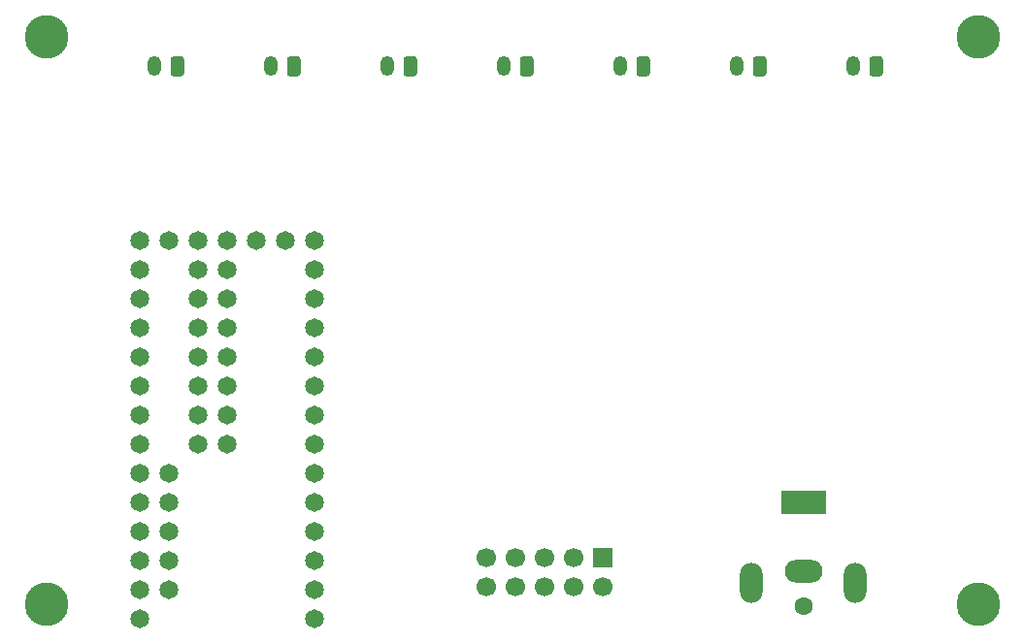
<source format=gbr>
%TF.GenerationSoftware,KiCad,Pcbnew,5.1.7-a382d34a8~87~ubuntu18.04.1*%
%TF.CreationDate,2021-02-24T17:41:24-08:00*%
%TF.ProjectId,teensy3x_solenoid_driver,7465656e-7379-4337-985f-736f6c656e6f,rev?*%
%TF.SameCoordinates,Original*%
%TF.FileFunction,Soldermask,Bot*%
%TF.FilePolarity,Negative*%
%FSLAX46Y46*%
G04 Gerber Fmt 4.6, Leading zero omitted, Abs format (unit mm)*
G04 Created by KiCad (PCBNEW 5.1.7-a382d34a8~87~ubuntu18.04.1) date 2021-02-24 17:41:24*
%MOMM*%
%LPD*%
G01*
G04 APERTURE LIST*
%ADD10C,3.810000*%
%ADD11O,1.200000X1.750000*%
%ADD12R,1.700000X1.700000*%
%ADD13C,1.700000*%
%ADD14R,4.000000X2.000000*%
%ADD15O,3.300000X2.000000*%
%ADD16O,2.000000X3.500000*%
%ADD17C,1.600000*%
%ADD18C,1.650000*%
G04 APERTURE END LIST*
D10*
%TO.C,M4*%
X54610000Y-104140000D03*
%TD*%
%TO.C,M3*%
X135890000Y-104140000D03*
%TD*%
%TO.C,M2*%
X135890000Y-54610000D03*
%TD*%
%TO.C,M1*%
X54610000Y-54610000D03*
%TD*%
%TO.C,J1*%
G36*
G01*
X66640000Y-56524999D02*
X66640000Y-57775001D01*
G75*
G02*
X66390001Y-58025000I-249999J0D01*
G01*
X65689999Y-58025000D01*
G75*
G02*
X65440000Y-57775001I0J249999D01*
G01*
X65440000Y-56524999D01*
G75*
G02*
X65689999Y-56275000I249999J0D01*
G01*
X66390001Y-56275000D01*
G75*
G02*
X66640000Y-56524999I0J-249999D01*
G01*
G37*
D11*
X64040000Y-57150000D03*
%TD*%
%TO.C,J2*%
X74200000Y-57150000D03*
G36*
G01*
X76800000Y-56524999D02*
X76800000Y-57775001D01*
G75*
G02*
X76550001Y-58025000I-249999J0D01*
G01*
X75849999Y-58025000D01*
G75*
G02*
X75600000Y-57775001I0J249999D01*
G01*
X75600000Y-56524999D01*
G75*
G02*
X75849999Y-56275000I249999J0D01*
G01*
X76550001Y-56275000D01*
G75*
G02*
X76800000Y-56524999I0J-249999D01*
G01*
G37*
%TD*%
%TO.C,J3*%
G36*
G01*
X86960000Y-56524999D02*
X86960000Y-57775001D01*
G75*
G02*
X86710001Y-58025000I-249999J0D01*
G01*
X86009999Y-58025000D01*
G75*
G02*
X85760000Y-57775001I0J249999D01*
G01*
X85760000Y-56524999D01*
G75*
G02*
X86009999Y-56275000I249999J0D01*
G01*
X86710001Y-56275000D01*
G75*
G02*
X86960000Y-56524999I0J-249999D01*
G01*
G37*
X84360000Y-57150000D03*
%TD*%
%TO.C,J4*%
X94520000Y-57150000D03*
G36*
G01*
X97120000Y-56524999D02*
X97120000Y-57775001D01*
G75*
G02*
X96870001Y-58025000I-249999J0D01*
G01*
X96169999Y-58025000D01*
G75*
G02*
X95920000Y-57775001I0J249999D01*
G01*
X95920000Y-56524999D01*
G75*
G02*
X96169999Y-56275000I249999J0D01*
G01*
X96870001Y-56275000D01*
G75*
G02*
X97120000Y-56524999I0J-249999D01*
G01*
G37*
%TD*%
%TO.C,J5*%
G36*
G01*
X107280000Y-56524999D02*
X107280000Y-57775001D01*
G75*
G02*
X107030001Y-58025000I-249999J0D01*
G01*
X106329999Y-58025000D01*
G75*
G02*
X106080000Y-57775001I0J249999D01*
G01*
X106080000Y-56524999D01*
G75*
G02*
X106329999Y-56275000I249999J0D01*
G01*
X107030001Y-56275000D01*
G75*
G02*
X107280000Y-56524999I0J-249999D01*
G01*
G37*
X104680000Y-57150000D03*
%TD*%
%TO.C,J6*%
X114840000Y-57150000D03*
G36*
G01*
X117440000Y-56524999D02*
X117440000Y-57775001D01*
G75*
G02*
X117190001Y-58025000I-249999J0D01*
G01*
X116489999Y-58025000D01*
G75*
G02*
X116240000Y-57775001I0J249999D01*
G01*
X116240000Y-56524999D01*
G75*
G02*
X116489999Y-56275000I249999J0D01*
G01*
X117190001Y-56275000D01*
G75*
G02*
X117440000Y-56524999I0J-249999D01*
G01*
G37*
%TD*%
%TO.C,J7*%
G36*
G01*
X127600000Y-56524999D02*
X127600000Y-57775001D01*
G75*
G02*
X127350001Y-58025000I-249999J0D01*
G01*
X126649999Y-58025000D01*
G75*
G02*
X126400000Y-57775001I0J249999D01*
G01*
X126400000Y-56524999D01*
G75*
G02*
X126649999Y-56275000I249999J0D01*
G01*
X127350001Y-56275000D01*
G75*
G02*
X127600000Y-56524999I0J-249999D01*
G01*
G37*
X125000000Y-57150000D03*
%TD*%
D12*
%TO.C,J8*%
X103124000Y-100076000D03*
D13*
X103124000Y-102616000D03*
X100584000Y-100076000D03*
X100584000Y-102616000D03*
X98044000Y-100076000D03*
X98044000Y-102616000D03*
X95504000Y-100076000D03*
X95504000Y-102616000D03*
X92964000Y-100076000D03*
X92964000Y-102616000D03*
%TD*%
D14*
%TO.C,J9*%
X120650000Y-95250000D03*
D15*
X120650000Y-101250000D03*
D16*
X116150000Y-102250000D03*
X125150000Y-102250000D03*
D17*
X120650000Y-104250000D03*
%TD*%
D18*
%TO.C,U1*%
X77978000Y-105410000D03*
X77978000Y-102870000D03*
X77978000Y-100330000D03*
X77978000Y-97790000D03*
X77978000Y-95250000D03*
X77978000Y-92710000D03*
X77978000Y-90170000D03*
X77978000Y-87630000D03*
X77978000Y-85090000D03*
X77978000Y-82550000D03*
X77978000Y-80010000D03*
X77978000Y-77470000D03*
X77978000Y-74930000D03*
X77978000Y-72390000D03*
X75438000Y-72390000D03*
X72898000Y-72390000D03*
X70358000Y-72390000D03*
X67818000Y-72390000D03*
X65278000Y-72390000D03*
X62738000Y-72390000D03*
X62738000Y-74930000D03*
X62738000Y-77470000D03*
X62738000Y-80010000D03*
X62738000Y-82550000D03*
X62738000Y-85090000D03*
X62738000Y-87630000D03*
X62738000Y-90170000D03*
X62738000Y-92710000D03*
X62738000Y-95250000D03*
X62738000Y-97790000D03*
X62738000Y-100330000D03*
X62738000Y-102870000D03*
X62738000Y-105410000D03*
X70358000Y-90170000D03*
X70358000Y-87630000D03*
X70358000Y-85090000D03*
X70358000Y-82550000D03*
X70358000Y-80010000D03*
X70358000Y-77470000D03*
X70358000Y-74930000D03*
X67818000Y-74930000D03*
X67818000Y-77470000D03*
X67818000Y-80010000D03*
X67818000Y-82550000D03*
X67818000Y-85090000D03*
X67818000Y-87630000D03*
X67818000Y-90170000D03*
X65278000Y-92710000D03*
X65278000Y-95250000D03*
X65278000Y-97790000D03*
X65278000Y-102870000D03*
X65278000Y-100330000D03*
%TD*%
M02*

</source>
